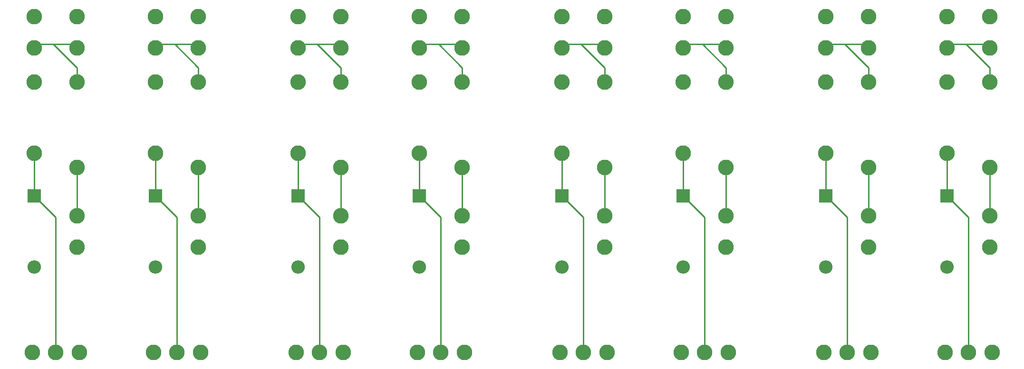
<source format=gbr>
%TF.GenerationSoftware,KiCad,Pcbnew,(5.1.10)-1*%
%TF.CreationDate,2021-08-28T09:33:30-05:00*%
%TF.ProjectId,Relay-Module,52656c61-792d-44d6-9f64-756c652e6b69,rev?*%
%TF.SameCoordinates,Original*%
%TF.FileFunction,Copper,L1,Top*%
%TF.FilePolarity,Positive*%
%FSLAX46Y46*%
G04 Gerber Fmt 4.6, Leading zero omitted, Abs format (unit mm)*
G04 Created by KiCad (PCBNEW (5.1.10)-1) date 2021-08-28 09:33:30*
%MOMM*%
%LPD*%
G01*
G04 APERTURE LIST*
%TA.AperFunction,ComponentPad*%
%ADD10C,2.794000*%
%TD*%
%TA.AperFunction,ComponentPad*%
%ADD11O,2.400000X2.400000*%
%TD*%
%TA.AperFunction,ComponentPad*%
%ADD12R,2.400000X2.400000*%
%TD*%
%TA.AperFunction,Conductor*%
%ADD13C,0.250000*%
%TD*%
G04 APERTURE END LIST*
D10*
%TO.P,K1,4*%
%TO.N,Net-(D1-Pad1)*%
X57150000Y-77470000D03*
%TO.P,K1,3*%
%TO.N,Net-(J7-Pad1)*%
X64770000Y-80010000D03*
%TO.P,K1,2*%
%TO.N,Net-(J3-Pad2)*%
X57150000Y-64770000D03*
%TO.P,K1,1*%
%TO.N,Net-(J3-Pad1)*%
X64770000Y-64770000D03*
%TD*%
%TO.P,K2,4*%
%TO.N,Net-(D2-Pad1)*%
X78740000Y-77470000D03*
%TO.P,K2,3*%
%TO.N,Net-(J8-Pad1)*%
X86360000Y-80010000D03*
%TO.P,K2,2*%
%TO.N,Net-(J5-Pad2)*%
X78740000Y-64770000D03*
%TO.P,K2,1*%
%TO.N,Net-(J5-Pad1)*%
X86360000Y-64770000D03*
%TD*%
%TO.P,K3,4*%
%TO.N,Net-(D3-Pad1)*%
X104140000Y-77470000D03*
%TO.P,K3,3*%
%TO.N,Net-(J15-Pad1)*%
X111760000Y-80010000D03*
%TO.P,K3,2*%
%TO.N,Net-(J11-Pad2)*%
X104140000Y-64770000D03*
%TO.P,K3,1*%
%TO.N,Net-(J11-Pad1)*%
X111760000Y-64770000D03*
%TD*%
%TO.P,K4,4*%
%TO.N,Net-(D4-Pad1)*%
X125730000Y-77470000D03*
%TO.P,K4,3*%
%TO.N,Net-(J16-Pad1)*%
X133350000Y-80010000D03*
%TO.P,K4,2*%
%TO.N,Net-(J13-Pad2)*%
X125730000Y-64770000D03*
%TO.P,K4,1*%
%TO.N,Net-(J13-Pad1)*%
X133350000Y-64770000D03*
%TD*%
%TO.P,K5,4*%
%TO.N,Net-(D5-Pad1)*%
X151130000Y-77470000D03*
%TO.P,K5,3*%
%TO.N,Net-(J23-Pad1)*%
X158750000Y-80010000D03*
%TO.P,K5,2*%
%TO.N,Net-(J19-Pad2)*%
X151130000Y-64770000D03*
%TO.P,K5,1*%
%TO.N,Net-(J19-Pad1)*%
X158750000Y-64770000D03*
%TD*%
%TO.P,K6,4*%
%TO.N,Net-(D6-Pad1)*%
X172720000Y-77470000D03*
%TO.P,K6,3*%
%TO.N,Net-(J24-Pad1)*%
X180340000Y-80010000D03*
%TO.P,K6,2*%
%TO.N,Net-(J21-Pad2)*%
X172720000Y-64770000D03*
%TO.P,K6,1*%
%TO.N,Net-(J21-Pad1)*%
X180340000Y-64770000D03*
%TD*%
%TO.P,K7,4*%
%TO.N,Net-(D7-Pad1)*%
X198120000Y-77470000D03*
%TO.P,K7,3*%
%TO.N,Net-(J31-Pad1)*%
X205740000Y-80010000D03*
%TO.P,K7,2*%
%TO.N,Net-(J27-Pad2)*%
X198120000Y-64770000D03*
%TO.P,K7,1*%
%TO.N,Net-(J27-Pad1)*%
X205740000Y-64770000D03*
%TD*%
%TO.P,K8,4*%
%TO.N,Net-(D8-Pad1)*%
X219710000Y-77470000D03*
%TO.P,K8,3*%
%TO.N,Net-(J32-Pad1)*%
X227330000Y-80010000D03*
%TO.P,K8,2*%
%TO.N,Net-(J29-Pad2)*%
X219710000Y-64770000D03*
%TO.P,K8,1*%
%TO.N,Net-(J29-Pad1)*%
X227330000Y-64770000D03*
%TD*%
%TO.P,J1,3*%
%TO.N,GND*%
X56769000Y-113030000D03*
%TO.P,J1,1*%
%TO.N,Net-(D1-Pad2)*%
X65151000Y-113030000D03*
%TO.P,J1,2*%
%TO.N,Net-(D1-Pad1)*%
X60960000Y-113030000D03*
%TD*%
%TO.P,J7,1*%
%TO.N,Net-(J7-Pad1)*%
X64770000Y-88646000D03*
%TO.P,J7,2*%
%TO.N,Net-(D1-Pad2)*%
X64770000Y-94234000D03*
%TD*%
%TO.P,J3,1*%
%TO.N,Net-(J3-Pad1)*%
X57150000Y-58674000D03*
%TO.P,J3,2*%
%TO.N,Net-(J3-Pad2)*%
X57150000Y-53086000D03*
%TD*%
%TO.P,J4,1*%
%TO.N,Net-(J3-Pad1)*%
X64770000Y-58674000D03*
%TO.P,J4,2*%
%TO.N,Net-(J3-Pad2)*%
X64770000Y-53086000D03*
%TD*%
%TO.P,J2,3*%
%TO.N,GND*%
X78359000Y-113030000D03*
%TO.P,J2,1*%
%TO.N,Net-(D2-Pad2)*%
X86741000Y-113030000D03*
%TO.P,J2,2*%
%TO.N,Net-(D2-Pad1)*%
X82550000Y-113030000D03*
%TD*%
%TO.P,J8,1*%
%TO.N,Net-(J8-Pad1)*%
X86360000Y-88646000D03*
%TO.P,J8,2*%
%TO.N,Net-(D2-Pad2)*%
X86360000Y-94234000D03*
%TD*%
%TO.P,J5,1*%
%TO.N,Net-(J5-Pad1)*%
X78740000Y-58674000D03*
%TO.P,J5,2*%
%TO.N,Net-(J5-Pad2)*%
X78740000Y-53086000D03*
%TD*%
%TO.P,J6,1*%
%TO.N,Net-(J5-Pad1)*%
X86360000Y-58674000D03*
%TO.P,J6,2*%
%TO.N,Net-(J5-Pad2)*%
X86360000Y-53086000D03*
%TD*%
%TO.P,J9,3*%
%TO.N,GND*%
X103759000Y-113030000D03*
%TO.P,J9,1*%
%TO.N,Net-(D3-Pad2)*%
X112141000Y-113030000D03*
%TO.P,J9,2*%
%TO.N,Net-(D3-Pad1)*%
X107950000Y-113030000D03*
%TD*%
%TO.P,J15,1*%
%TO.N,Net-(J15-Pad1)*%
X111760000Y-88646000D03*
%TO.P,J15,2*%
%TO.N,Net-(D3-Pad2)*%
X111760000Y-94234000D03*
%TD*%
%TO.P,J11,1*%
%TO.N,Net-(J11-Pad1)*%
X104140000Y-58674000D03*
%TO.P,J11,2*%
%TO.N,Net-(J11-Pad2)*%
X104140000Y-53086000D03*
%TD*%
%TO.P,J12,1*%
%TO.N,Net-(J11-Pad1)*%
X111760000Y-58674000D03*
%TO.P,J12,2*%
%TO.N,Net-(J11-Pad2)*%
X111760000Y-53086000D03*
%TD*%
%TO.P,J10,3*%
%TO.N,GND*%
X125349000Y-113030000D03*
%TO.P,J10,1*%
%TO.N,Net-(D4-Pad2)*%
X133731000Y-113030000D03*
%TO.P,J10,2*%
%TO.N,Net-(D4-Pad1)*%
X129540000Y-113030000D03*
%TD*%
%TO.P,J16,1*%
%TO.N,Net-(J16-Pad1)*%
X133350000Y-88646000D03*
%TO.P,J16,2*%
%TO.N,Net-(D4-Pad2)*%
X133350000Y-94234000D03*
%TD*%
%TO.P,J13,1*%
%TO.N,Net-(J13-Pad1)*%
X125730000Y-58674000D03*
%TO.P,J13,2*%
%TO.N,Net-(J13-Pad2)*%
X125730000Y-53086000D03*
%TD*%
%TO.P,J14,1*%
%TO.N,Net-(J13-Pad1)*%
X133350000Y-58674000D03*
%TO.P,J14,2*%
%TO.N,Net-(J13-Pad2)*%
X133350000Y-53086000D03*
%TD*%
%TO.P,J17,3*%
%TO.N,GND*%
X150749000Y-113030000D03*
%TO.P,J17,1*%
%TO.N,Net-(D5-Pad2)*%
X159131000Y-113030000D03*
%TO.P,J17,2*%
%TO.N,Net-(D5-Pad1)*%
X154940000Y-113030000D03*
%TD*%
%TO.P,J23,1*%
%TO.N,Net-(J23-Pad1)*%
X158750000Y-88646000D03*
%TO.P,J23,2*%
%TO.N,Net-(D5-Pad2)*%
X158750000Y-94234000D03*
%TD*%
%TO.P,J19,1*%
%TO.N,Net-(J19-Pad1)*%
X151130000Y-58674000D03*
%TO.P,J19,2*%
%TO.N,Net-(J19-Pad2)*%
X151130000Y-53086000D03*
%TD*%
%TO.P,J20,1*%
%TO.N,Net-(J19-Pad1)*%
X158750000Y-58674000D03*
%TO.P,J20,2*%
%TO.N,Net-(J19-Pad2)*%
X158750000Y-53086000D03*
%TD*%
%TO.P,J18,3*%
%TO.N,GND*%
X172339000Y-113030000D03*
%TO.P,J18,1*%
%TO.N,Net-(D6-Pad2)*%
X180721000Y-113030000D03*
%TO.P,J18,2*%
%TO.N,Net-(D6-Pad1)*%
X176530000Y-113030000D03*
%TD*%
%TO.P,J24,1*%
%TO.N,Net-(J24-Pad1)*%
X180340000Y-88646000D03*
%TO.P,J24,2*%
%TO.N,Net-(D6-Pad2)*%
X180340000Y-94234000D03*
%TD*%
%TO.P,J21,1*%
%TO.N,Net-(J21-Pad1)*%
X172720000Y-58674000D03*
%TO.P,J21,2*%
%TO.N,Net-(J21-Pad2)*%
X172720000Y-53086000D03*
%TD*%
%TO.P,J22,1*%
%TO.N,Net-(J21-Pad1)*%
X180340000Y-58674000D03*
%TO.P,J22,2*%
%TO.N,Net-(J21-Pad2)*%
X180340000Y-53086000D03*
%TD*%
%TO.P,J27,1*%
%TO.N,Net-(J27-Pad1)*%
X198120000Y-58674000D03*
%TO.P,J27,2*%
%TO.N,Net-(J27-Pad2)*%
X198120000Y-53086000D03*
%TD*%
%TO.P,J28,1*%
%TO.N,Net-(J27-Pad1)*%
X205740000Y-58674000D03*
%TO.P,J28,2*%
%TO.N,Net-(J27-Pad2)*%
X205740000Y-53086000D03*
%TD*%
%TO.P,J31,1*%
%TO.N,Net-(J31-Pad1)*%
X205740000Y-88646000D03*
%TO.P,J31,2*%
%TO.N,Net-(D7-Pad2)*%
X205740000Y-94234000D03*
%TD*%
%TO.P,J25,3*%
%TO.N,GND*%
X197739000Y-113030000D03*
%TO.P,J25,1*%
%TO.N,Net-(D7-Pad2)*%
X206121000Y-113030000D03*
%TO.P,J25,2*%
%TO.N,Net-(D7-Pad1)*%
X201930000Y-113030000D03*
%TD*%
%TO.P,J26,3*%
%TO.N,GND*%
X219329000Y-113030000D03*
%TO.P,J26,1*%
%TO.N,Net-(D8-Pad2)*%
X227711000Y-113030000D03*
%TO.P,J26,2*%
%TO.N,Net-(D8-Pad1)*%
X223520000Y-113030000D03*
%TD*%
%TO.P,J32,1*%
%TO.N,Net-(J32-Pad1)*%
X227330000Y-88646000D03*
%TO.P,J32,2*%
%TO.N,Net-(D8-Pad2)*%
X227330000Y-94234000D03*
%TD*%
%TO.P,J29,1*%
%TO.N,Net-(J29-Pad1)*%
X219710000Y-58674000D03*
%TO.P,J29,2*%
%TO.N,Net-(J29-Pad2)*%
X219710000Y-53086000D03*
%TD*%
%TO.P,J30,1*%
%TO.N,Net-(J29-Pad1)*%
X227330000Y-58674000D03*
%TO.P,J30,2*%
%TO.N,Net-(J29-Pad2)*%
X227330000Y-53086000D03*
%TD*%
D11*
%TO.P,D1,2*%
%TO.N,Net-(D1-Pad2)*%
X57150000Y-97790000D03*
D12*
%TO.P,D1,1*%
%TO.N,Net-(D1-Pad1)*%
X57150000Y-85090000D03*
%TD*%
%TO.P,D2,1*%
%TO.N,Net-(D2-Pad1)*%
X78740000Y-85090000D03*
D11*
%TO.P,D2,2*%
%TO.N,Net-(D2-Pad2)*%
X78740000Y-97790000D03*
%TD*%
%TO.P,D3,2*%
%TO.N,Net-(D3-Pad2)*%
X104140000Y-97790000D03*
D12*
%TO.P,D3,1*%
%TO.N,Net-(D3-Pad1)*%
X104140000Y-85090000D03*
%TD*%
%TO.P,D4,1*%
%TO.N,Net-(D4-Pad1)*%
X125730000Y-85090000D03*
D11*
%TO.P,D4,2*%
%TO.N,Net-(D4-Pad2)*%
X125730000Y-97790000D03*
%TD*%
D12*
%TO.P,D5,1*%
%TO.N,Net-(D5-Pad1)*%
X151130000Y-85090000D03*
D11*
%TO.P,D5,2*%
%TO.N,Net-(D5-Pad2)*%
X151130000Y-97790000D03*
%TD*%
D12*
%TO.P,D6,1*%
%TO.N,Net-(D6-Pad1)*%
X172720000Y-85090000D03*
D11*
%TO.P,D6,2*%
%TO.N,Net-(D6-Pad2)*%
X172720000Y-97790000D03*
%TD*%
%TO.P,D7,2*%
%TO.N,Net-(D7-Pad2)*%
X198120000Y-97790000D03*
D12*
%TO.P,D7,1*%
%TO.N,Net-(D7-Pad1)*%
X198120000Y-85090000D03*
%TD*%
D11*
%TO.P,D8,2*%
%TO.N,Net-(D8-Pad2)*%
X219710000Y-97790000D03*
D12*
%TO.P,D8,1*%
%TO.N,Net-(D8-Pad1)*%
X219710000Y-85090000D03*
%TD*%
D13*
%TO.N,Net-(D1-Pad1)*%
X60960000Y-88900000D02*
X57150000Y-85090000D01*
X57150000Y-77470000D02*
X57150000Y-85090000D01*
X60960000Y-113030000D02*
X60960000Y-107315000D01*
X60960000Y-107315000D02*
X60960000Y-88900000D01*
X60960000Y-107950000D02*
X60960000Y-107315000D01*
%TO.N,Net-(D2-Pad1)*%
X82550000Y-88900000D02*
X78740000Y-85090000D01*
X78740000Y-77470000D02*
X78740000Y-85090000D01*
X82550000Y-107315000D02*
X82550000Y-88900000D01*
X82550000Y-113030000D02*
X82550000Y-107315000D01*
X82550000Y-107950000D02*
X82550000Y-107315000D01*
%TO.N,Net-(D3-Pad1)*%
X107950000Y-88900000D02*
X104140000Y-85090000D01*
X104140000Y-77470000D02*
X104140000Y-85090000D01*
X107950000Y-105410000D02*
X107950000Y-103505000D01*
X107950000Y-113030000D02*
X107950000Y-105410000D01*
X107950000Y-103505000D02*
X107950000Y-88900000D01*
X107950000Y-107950000D02*
X107950000Y-103505000D01*
%TO.N,Net-(D4-Pad1)*%
X125730000Y-77470000D02*
X125730000Y-85090000D01*
X129540000Y-88900000D02*
X125730000Y-85090000D01*
X129540000Y-113030000D02*
X129540000Y-88900000D01*
%TO.N,Net-(D5-Pad1)*%
X154940000Y-88900000D02*
X151130000Y-85090000D01*
X151130000Y-77470000D02*
X151130000Y-85090000D01*
X154940000Y-113030000D02*
X154940000Y-107315000D01*
X154940000Y-107315000D02*
X154940000Y-88900000D01*
X154940000Y-107950000D02*
X154940000Y-107315000D01*
%TO.N,Net-(D6-Pad1)*%
X172720000Y-77470000D02*
X172720000Y-85090000D01*
X176530000Y-88900000D02*
X172720000Y-85090000D01*
X176530000Y-113030000D02*
X176530000Y-88900000D01*
%TO.N,Net-(D7-Pad1)*%
X198120000Y-77470000D02*
X198120000Y-85090000D01*
X201930000Y-88900000D02*
X198120000Y-85090000D01*
X201930000Y-113030000D02*
X201930000Y-88900000D01*
%TO.N,Net-(D8-Pad1)*%
X219710000Y-85090000D02*
X219710000Y-77470000D01*
X223520000Y-88900000D02*
X219710000Y-85090000D01*
X223520000Y-113030000D02*
X223520000Y-88900000D01*
%TO.N,Net-(J3-Pad1)*%
X64770000Y-64770000D02*
X64770000Y-62230000D01*
X60528200Y-57988200D02*
X60121800Y-57988200D01*
X64770000Y-62230000D02*
X60528200Y-57988200D01*
X60121800Y-57988200D02*
X60553600Y-57988200D01*
X57150000Y-57988200D02*
X60121800Y-57988200D01*
X60553600Y-57988200D02*
X64770000Y-57988200D01*
%TO.N,Net-(J5-Pad1)*%
X78740000Y-57988200D02*
X82143600Y-57988200D01*
X86360000Y-62204600D02*
X82143600Y-57988200D01*
X86360000Y-64770000D02*
X86360000Y-62204600D01*
X86360000Y-57988200D02*
X82143600Y-57988200D01*
%TO.N,Net-(J7-Pad1)*%
X64770000Y-80010000D02*
X64770000Y-89331800D01*
%TO.N,Net-(J8-Pad1)*%
X86360000Y-80010000D02*
X86360000Y-89331800D01*
%TO.N,Net-(J11-Pad1)*%
X111760000Y-62230000D02*
X107518200Y-57988200D01*
X111760000Y-64770000D02*
X111760000Y-62230000D01*
X107518200Y-57988200D02*
X107543600Y-57988200D01*
X104140000Y-57988200D02*
X107518200Y-57988200D01*
X107518200Y-57988200D02*
X111760000Y-57988200D01*
%TO.N,Net-(J13-Pad1)*%
X133350000Y-62204600D02*
X129133600Y-57988200D01*
X133350000Y-64770000D02*
X133350000Y-62204600D01*
X133350000Y-57988200D02*
X129108200Y-57988200D01*
X129108200Y-57988200D02*
X129133600Y-57988200D01*
X125730000Y-57988200D02*
X129108200Y-57988200D01*
%TO.N,Net-(J15-Pad1)*%
X111760000Y-80010000D02*
X111760000Y-89331800D01*
%TO.N,Net-(J16-Pad1)*%
X133350000Y-80010000D02*
X133350000Y-89331800D01*
%TO.N,Net-(J19-Pad1)*%
X158750000Y-62230000D02*
X154508200Y-57988200D01*
X158750000Y-64770000D02*
X158750000Y-62230000D01*
X154508200Y-57988200D02*
X154533600Y-57988200D01*
X151130000Y-57988200D02*
X154508200Y-57988200D01*
X158750000Y-57988200D02*
X154508200Y-57988200D01*
%TO.N,Net-(J21-Pad1)*%
X172720000Y-57988200D02*
X176123600Y-57988200D01*
X180340000Y-62204600D02*
X176123600Y-57988200D01*
X180340000Y-64770000D02*
X180340000Y-62204600D01*
X180340000Y-57988200D02*
X176123600Y-57988200D01*
%TO.N,Net-(J23-Pad1)*%
X158750000Y-80010000D02*
X158750000Y-89331800D01*
%TO.N,Net-(J24-Pad1)*%
X180340000Y-80010000D02*
X180340000Y-89331800D01*
%TO.N,Net-(J27-Pad1)*%
X205740000Y-62230000D02*
X201498200Y-57988200D01*
X205740000Y-64770000D02*
X205740000Y-62230000D01*
X201498200Y-57988200D02*
X201523600Y-57988200D01*
X198120000Y-57988200D02*
X201498200Y-57988200D01*
X205740000Y-57988200D02*
X201498200Y-57988200D01*
%TO.N,Net-(J29-Pad1)*%
X227330000Y-62230000D02*
X223088200Y-57988200D01*
X227330000Y-64770000D02*
X227330000Y-62230000D01*
X219710000Y-57988200D02*
X223088200Y-57988200D01*
X227330000Y-57988200D02*
X223088200Y-57988200D01*
%TO.N,Net-(J31-Pad1)*%
X205740000Y-80010000D02*
X205740000Y-89331800D01*
%TO.N,Net-(J32-Pad1)*%
X227330000Y-89331800D02*
X227330000Y-80010000D01*
%TD*%
M02*

</source>
